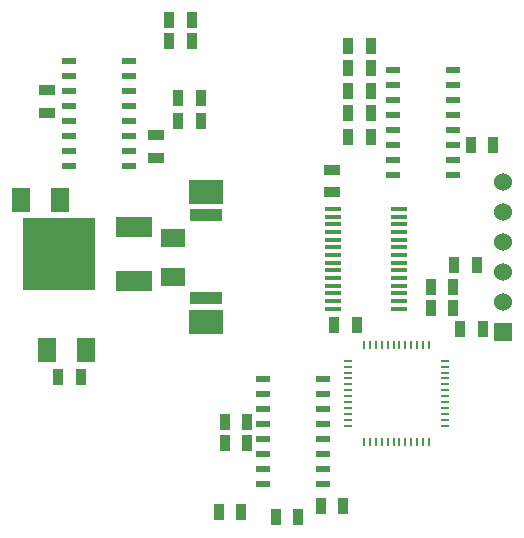
<source format=gbs>
G04 (created by PCBNEW (2013-jul-07)-stable) date tis  3 feb 2015 18:16:58*
%MOIN*%
G04 Gerber Fmt 3.4, Leading zero omitted, Abs format*
%FSLAX34Y34*%
G01*
G70*
G90*
G04 APERTURE LIST*
%ADD10C,0.00590551*%
%ADD11R,0.0315X0.0098*%
%ADD12R,0.0315X0.0099*%
%ADD13R,0.0098X0.0315*%
%ADD14R,0.0099X0.0315*%
%ADD15R,0.0579X0.0165*%
%ADD16R,0.045X0.02*%
%ADD17R,0.035X0.055*%
%ADD18R,0.055X0.035*%
%ADD19R,0.06X0.08*%
%ADD20R,0.106299X0.0393701*%
%ADD21R,0.11811X0.0787402*%
%ADD22R,0.08X0.06*%
%ADD23R,0.12X0.065*%
%ADD24R,0.24X0.24*%
%ADD25R,0.06X0.06*%
%ADD26C,0.06*%
G04 APERTURE END LIST*
G54D10*
G54D11*
X81737Y-62543D03*
G54D12*
X81737Y-62740D03*
X81737Y-62937D03*
X81737Y-63134D03*
G54D11*
X81737Y-63330D03*
X81737Y-63527D03*
X81737Y-63723D03*
X81737Y-63920D03*
G54D12*
X81737Y-64116D03*
X81737Y-64313D03*
X81737Y-64510D03*
G54D11*
X81737Y-64707D03*
G54D13*
X82268Y-65238D03*
G54D14*
X82465Y-65238D03*
X82662Y-65238D03*
X82859Y-65238D03*
G54D13*
X83055Y-65238D03*
X83252Y-65238D03*
X83448Y-65238D03*
X83645Y-65238D03*
G54D14*
X83841Y-65238D03*
X84038Y-65238D03*
X84235Y-65238D03*
G54D13*
X84432Y-65238D03*
G54D11*
X84963Y-62543D03*
G54D12*
X84963Y-62740D03*
X84963Y-62937D03*
X84963Y-63134D03*
G54D11*
X84963Y-63330D03*
X84963Y-63527D03*
X84963Y-63723D03*
X84963Y-63920D03*
G54D12*
X84963Y-64116D03*
X84963Y-64313D03*
X84963Y-64510D03*
G54D11*
X84963Y-64707D03*
G54D13*
X82268Y-62012D03*
G54D14*
X82465Y-62012D03*
X82662Y-62012D03*
X82859Y-62012D03*
G54D13*
X83055Y-62012D03*
X83252Y-62012D03*
X83448Y-62012D03*
X83645Y-62012D03*
G54D14*
X83841Y-62012D03*
X84038Y-62012D03*
X84235Y-62012D03*
G54D13*
X84432Y-62012D03*
G54D15*
X81223Y-59278D03*
X81223Y-59022D03*
X81223Y-58766D03*
X81223Y-58510D03*
X83425Y-60042D03*
X81223Y-60046D03*
X81223Y-59790D03*
X81223Y-59534D03*
X83427Y-58254D03*
X83427Y-58510D03*
X83427Y-58766D03*
X83427Y-59022D03*
X83427Y-59278D03*
X83427Y-59534D03*
X81223Y-58254D03*
X83425Y-59790D03*
X81223Y-60302D03*
X81223Y-57998D03*
X83427Y-57998D03*
X83427Y-60302D03*
X81223Y-60557D03*
X81223Y-57743D03*
X83427Y-57743D03*
X83427Y-60557D03*
X81223Y-60813D03*
X81223Y-57487D03*
X83427Y-57487D03*
X83427Y-60813D03*
G54D16*
X80900Y-63150D03*
X80900Y-63650D03*
X80900Y-64150D03*
X80900Y-64650D03*
X80900Y-65150D03*
X80900Y-65650D03*
X80900Y-66150D03*
X80900Y-66650D03*
X78900Y-66650D03*
X78900Y-66150D03*
X78900Y-65650D03*
X78900Y-65150D03*
X78900Y-64650D03*
X78900Y-64150D03*
X78900Y-63650D03*
X78900Y-63150D03*
X72450Y-56050D03*
X72450Y-55550D03*
X72450Y-55050D03*
X72450Y-54550D03*
X72450Y-54050D03*
X72450Y-53550D03*
X72450Y-53050D03*
X72450Y-52550D03*
X74450Y-52550D03*
X74450Y-53050D03*
X74450Y-53550D03*
X74450Y-54050D03*
X74450Y-54550D03*
X74450Y-55050D03*
X74450Y-55550D03*
X74450Y-56050D03*
X85225Y-52850D03*
X85225Y-53350D03*
X85225Y-53850D03*
X85225Y-54350D03*
X85225Y-54850D03*
X85225Y-55350D03*
X85225Y-55850D03*
X85225Y-56350D03*
X83225Y-56350D03*
X83225Y-55850D03*
X83225Y-55350D03*
X83225Y-54850D03*
X83225Y-54350D03*
X83225Y-53850D03*
X83225Y-53350D03*
X83225Y-52850D03*
G54D17*
X80825Y-67400D03*
X81575Y-67400D03*
X80075Y-67750D03*
X79325Y-67750D03*
X78175Y-67600D03*
X77425Y-67600D03*
X78375Y-64600D03*
X77625Y-64600D03*
X78375Y-65300D03*
X77625Y-65300D03*
X85250Y-60075D03*
X84500Y-60075D03*
X85250Y-60800D03*
X84500Y-60800D03*
X85475Y-61500D03*
X86225Y-61500D03*
X85275Y-59350D03*
X86025Y-59350D03*
X75775Y-51200D03*
X76525Y-51200D03*
X75775Y-51900D03*
X76525Y-51900D03*
G54D18*
X75350Y-55025D03*
X75350Y-55775D03*
G54D17*
X76075Y-54550D03*
X76825Y-54550D03*
X76075Y-53800D03*
X76825Y-53800D03*
X82500Y-52050D03*
X81750Y-52050D03*
X82500Y-52800D03*
X81750Y-52800D03*
X82500Y-53550D03*
X81750Y-53550D03*
X82500Y-54300D03*
X81750Y-54300D03*
X82500Y-55075D03*
X81750Y-55075D03*
G54D19*
X71700Y-62200D03*
X73000Y-62200D03*
X70850Y-57200D03*
X72150Y-57200D03*
G54D17*
X81275Y-61350D03*
X82025Y-61350D03*
X72075Y-63100D03*
X72825Y-63100D03*
G54D18*
X71700Y-54275D03*
X71700Y-53525D03*
X81200Y-56175D03*
X81200Y-56925D03*
G54D17*
X86575Y-55350D03*
X85825Y-55350D03*
G54D20*
X77000Y-57700D03*
X77000Y-60455D03*
G54D21*
X77000Y-56912D03*
X77000Y-61243D03*
G54D22*
X75900Y-59750D03*
X75900Y-58450D03*
G54D23*
X74600Y-58100D03*
G54D24*
X72100Y-59000D03*
G54D23*
X74600Y-59900D03*
G54D25*
X86900Y-61600D03*
G54D26*
X86900Y-60600D03*
X86900Y-59600D03*
X86900Y-58600D03*
X86900Y-57600D03*
X86900Y-56600D03*
M02*

</source>
